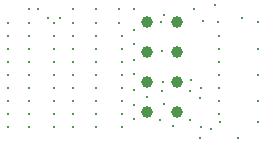
<source format=gbr>
G04 Generated by Ultiboard 14.3 *
%FSLAX34Y34*%
%MOMM*%

%ADD10C,0.0001*%
%ADD11C,0.3000*%
%ADD12C,1.0000*%


G04 ColorRGB 000000 for the following layer *
%LNBohrung-copper top-copper bottom*%
%LPD*%
G54D11*
X47498Y-17780D03*
X47498Y-28194D03*
X47498Y-39370D03*
X47498Y-50292D03*
X47498Y-6350D03*
X47498Y4572D03*
X47498Y15494D03*
X47498Y26416D03*
X47498Y37338D03*
X65024Y49276D03*
X65024Y37592D03*
X65024Y26416D03*
X65024Y15494D03*
X65024Y4572D03*
X65024Y-6350D03*
X65024Y-17780D03*
X65024Y-28194D03*
X65024Y-39370D03*
X65024Y-50292D03*
X72898Y49276D03*
X86360Y37592D03*
X81280Y42164D03*
X91440Y42164D03*
X86360Y-39370D03*
X86360Y-50292D03*
X86360Y-17780D03*
X86360Y-28194D03*
X86360Y15494D03*
X86360Y4572D03*
X86360Y-6350D03*
X86360Y26416D03*
X102108Y49022D03*
X102108Y-39370D03*
X102108Y-50292D03*
X102108Y-17780D03*
X102108Y-28194D03*
X102108Y15494D03*
X102108Y4572D03*
X102108Y-6350D03*
X102108Y37592D03*
X102108Y26416D03*
X122174Y-39370D03*
X122174Y-50292D03*
X143510Y-39370D03*
X143510Y-50292D03*
X122174Y-17780D03*
X122174Y-28194D03*
X143510Y-17780D03*
X143510Y-28194D03*
X122174Y15494D03*
X122174Y4572D03*
X122174Y-6350D03*
X143510Y15494D03*
X143510Y4572D03*
X143510Y-6350D03*
X122174Y37592D03*
X122174Y26416D03*
X143510Y26416D03*
X122174Y49022D03*
X141478Y37592D03*
X141478Y49022D03*
X154432Y-5588D03*
X154432Y6096D03*
X154178Y-43942D03*
X154432Y31496D03*
X154432Y49022D03*
X154432Y19558D03*
X187452Y-49784D03*
X165100Y-25400D03*
X179832Y-31242D03*
X177800Y-20066D03*
X179578Y44196D03*
X223012Y52578D03*
X212852Y39116D03*
X205232Y49784D03*
X225298Y38354D03*
X226314Y26670D03*
X226314Y4572D03*
X226314Y15494D03*
X226314Y-6350D03*
X226314Y-17526D03*
X226314Y-28448D03*
X226314Y-39624D03*
X226822Y-46482D03*
X241808Y-59690D03*
X258826Y-46482D03*
X258826Y-28448D03*
X258826Y-6350D03*
X258826Y15748D03*
X258826Y38100D03*
X245618Y42164D03*
X201168Y-44704D03*
X209550Y-59690D03*
X219456Y-51816D03*
X210820Y-50546D03*
X210058Y-26162D03*
X201168Y-19812D03*
X202184Y-10414D03*
X210566Y-17526D03*
X154432Y-31750D03*
X154178Y-18796D03*
X176022Y-44196D03*
X178816Y-12700D03*
X177800Y13462D03*
X176530Y38608D03*
G54D12*
X165100Y-38100D03*
X190500Y-38100D03*
X165100Y-12700D03*
X190500Y-12700D03*
X165100Y12700D03*
X190500Y12700D03*
X165100Y38100D03*
X190500Y38100D03*

M02*

</source>
